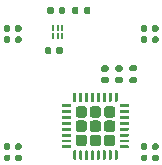
<source format=gbp>
G04 #@! TF.GenerationSoftware,KiCad,Pcbnew,8.0.1-8.0.1-0~ubuntu20.04.1*
G04 #@! TF.CreationDate,2024-06-12T16:16:25+01:00*
G04 #@! TF.ProjectId,smolpad,736d6f6c-7061-4642-9e6b-696361645f70,rev?*
G04 #@! TF.SameCoordinates,Original*
G04 #@! TF.FileFunction,Paste,Bot*
G04 #@! TF.FilePolarity,Positive*
%FSLAX46Y46*%
G04 Gerber Fmt 4.6, Leading zero omitted, Abs format (unit mm)*
G04 Created by KiCad (PCBNEW 8.0.1-8.0.1-0~ubuntu20.04.1) date 2024-06-12 16:16:25*
%MOMM*%
%LPD*%
G01*
G04 APERTURE LIST*
%ADD10R,0.240000X0.530000*%
%ADD11R,0.280000X0.530000*%
G04 APERTURE END LIST*
G36*
G01*
X36920000Y-36570000D02*
X36920000Y-36230000D01*
G75*
G02*
X37060000Y-36090000I140000J0D01*
G01*
X37340000Y-36090000D01*
G75*
G02*
X37480000Y-36230000I0J-140000D01*
G01*
X37480000Y-36570000D01*
G75*
G02*
X37340000Y-36710000I-140000J0D01*
G01*
X37060000Y-36710000D01*
G75*
G02*
X36920000Y-36570000I0J140000D01*
G01*
G37*
G36*
G01*
X37880000Y-36570000D02*
X37880000Y-36230000D01*
G75*
G02*
X38020000Y-36090000I140000J0D01*
G01*
X38300000Y-36090000D01*
G75*
G02*
X38440000Y-36230000I0J-140000D01*
G01*
X38440000Y-36570000D01*
G75*
G02*
X38300000Y-36710000I-140000J0D01*
G01*
X38020000Y-36710000D01*
G75*
G02*
X37880000Y-36570000I0J140000D01*
G01*
G37*
G36*
G01*
X34950000Y-35337500D02*
X34950000Y-35612500D01*
G75*
G02*
X34812500Y-35750000I-137500J0D01*
G01*
X34537500Y-35750000D01*
G75*
G02*
X34400000Y-35612500I0J137500D01*
G01*
X34400000Y-35337500D01*
G75*
G02*
X34537500Y-35200000I137500J0D01*
G01*
X34812500Y-35200000D01*
G75*
G02*
X34950000Y-35337500I0J-137500D01*
G01*
G37*
G36*
G01*
X34000000Y-35337500D02*
X34000000Y-35612500D01*
G75*
G02*
X33862500Y-35750000I-137500J0D01*
G01*
X33587500Y-35750000D01*
G75*
G02*
X33450000Y-35612500I0J137500D01*
G01*
X33450000Y-35337500D01*
G75*
G02*
X33587500Y-35200000I137500J0D01*
G01*
X33862500Y-35200000D01*
G75*
G02*
X34000000Y-35337500I0J-137500D01*
G01*
G37*
G36*
G01*
X34000000Y-34387500D02*
X34000000Y-34662500D01*
G75*
G02*
X33862500Y-34800000I-137500J0D01*
G01*
X33587500Y-34800000D01*
G75*
G02*
X33450000Y-34662500I0J137500D01*
G01*
X33450000Y-34387500D01*
G75*
G02*
X33587500Y-34250000I137500J0D01*
G01*
X33862500Y-34250000D01*
G75*
G02*
X34000000Y-34387500I0J-137500D01*
G01*
G37*
G36*
G01*
X34950000Y-34387500D02*
X34950000Y-34662500D01*
G75*
G02*
X34812500Y-34800000I-137500J0D01*
G01*
X34537500Y-34800000D01*
G75*
G02*
X34400000Y-34662500I0J137500D01*
G01*
X34400000Y-34387500D01*
G75*
G02*
X34537500Y-34250000I137500J0D01*
G01*
X34812500Y-34250000D01*
G75*
G02*
X34950000Y-34387500I0J-137500D01*
G01*
G37*
G36*
G01*
X46550000Y-35337500D02*
X46550000Y-35612500D01*
G75*
G02*
X46412500Y-35750000I-137500J0D01*
G01*
X46137500Y-35750000D01*
G75*
G02*
X46000000Y-35612500I0J137500D01*
G01*
X46000000Y-35337500D01*
G75*
G02*
X46137500Y-35200000I137500J0D01*
G01*
X46412500Y-35200000D01*
G75*
G02*
X46550000Y-35337500I0J-137500D01*
G01*
G37*
G36*
G01*
X45600000Y-35337500D02*
X45600000Y-35612500D01*
G75*
G02*
X45462500Y-35750000I-137500J0D01*
G01*
X45187500Y-35750000D01*
G75*
G02*
X45050000Y-35612500I0J137500D01*
G01*
X45050000Y-35337500D01*
G75*
G02*
X45187500Y-35200000I137500J0D01*
G01*
X45462500Y-35200000D01*
G75*
G02*
X45600000Y-35337500I0J-137500D01*
G01*
G37*
G36*
G01*
X45600000Y-34387500D02*
X45600000Y-34662500D01*
G75*
G02*
X45462500Y-34800000I-137500J0D01*
G01*
X45187500Y-34800000D01*
G75*
G02*
X45050000Y-34662500I0J137500D01*
G01*
X45050000Y-34387500D01*
G75*
G02*
X45187500Y-34250000I137500J0D01*
G01*
X45462500Y-34250000D01*
G75*
G02*
X45600000Y-34387500I0J-137500D01*
G01*
G37*
G36*
G01*
X46550000Y-34387500D02*
X46550000Y-34662500D01*
G75*
G02*
X46412500Y-34800000I-137500J0D01*
G01*
X46137500Y-34800000D01*
G75*
G02*
X46000000Y-34662500I0J137500D01*
G01*
X46000000Y-34387500D01*
G75*
G02*
X46137500Y-34250000I137500J0D01*
G01*
X46412500Y-34250000D01*
G75*
G02*
X46550000Y-34387500I0J-137500D01*
G01*
G37*
G36*
G01*
X42885000Y-43757500D02*
X42885000Y-44242500D01*
G75*
G02*
X42642500Y-44485000I-242500J0D01*
G01*
X42157500Y-44485000D01*
G75*
G02*
X41915000Y-44242500I0J242500D01*
G01*
X41915000Y-43757500D01*
G75*
G02*
X42157500Y-43515000I242500J0D01*
G01*
X42642500Y-43515000D01*
G75*
G02*
X42885000Y-43757500I0J-242500D01*
G01*
G37*
G36*
G01*
X42885000Y-42557500D02*
X42885000Y-43042500D01*
G75*
G02*
X42642500Y-43285000I-242500J0D01*
G01*
X42157500Y-43285000D01*
G75*
G02*
X41915000Y-43042500I0J242500D01*
G01*
X41915000Y-42557500D01*
G75*
G02*
X42157500Y-42315000I242500J0D01*
G01*
X42642500Y-42315000D01*
G75*
G02*
X42885000Y-42557500I0J-242500D01*
G01*
G37*
G36*
G01*
X42885000Y-41357500D02*
X42885000Y-41842500D01*
G75*
G02*
X42642500Y-42085000I-242500J0D01*
G01*
X42157500Y-42085000D01*
G75*
G02*
X41915000Y-41842500I0J242500D01*
G01*
X41915000Y-41357500D01*
G75*
G02*
X42157500Y-41115000I242500J0D01*
G01*
X42642500Y-41115000D01*
G75*
G02*
X42885000Y-41357500I0J-242500D01*
G01*
G37*
G36*
G01*
X41685000Y-43757500D02*
X41685000Y-44242500D01*
G75*
G02*
X41442500Y-44485000I-242500J0D01*
G01*
X40957500Y-44485000D01*
G75*
G02*
X40715000Y-44242500I0J242500D01*
G01*
X40715000Y-43757500D01*
G75*
G02*
X40957500Y-43515000I242500J0D01*
G01*
X41442500Y-43515000D01*
G75*
G02*
X41685000Y-43757500I0J-242500D01*
G01*
G37*
G36*
G01*
X41685000Y-42557500D02*
X41685000Y-43042500D01*
G75*
G02*
X41442500Y-43285000I-242500J0D01*
G01*
X40957500Y-43285000D01*
G75*
G02*
X40715000Y-43042500I0J242500D01*
G01*
X40715000Y-42557500D01*
G75*
G02*
X40957500Y-42315000I242500J0D01*
G01*
X41442500Y-42315000D01*
G75*
G02*
X41685000Y-42557500I0J-242500D01*
G01*
G37*
G36*
G01*
X41685000Y-41357500D02*
X41685000Y-41842500D01*
G75*
G02*
X41442500Y-42085000I-242500J0D01*
G01*
X40957500Y-42085000D01*
G75*
G02*
X40715000Y-41842500I0J242500D01*
G01*
X40715000Y-41357500D01*
G75*
G02*
X40957500Y-41115000I242500J0D01*
G01*
X41442500Y-41115000D01*
G75*
G02*
X41685000Y-41357500I0J-242500D01*
G01*
G37*
G36*
G01*
X40485000Y-43757500D02*
X40485000Y-44242500D01*
G75*
G02*
X40242500Y-44485000I-242500J0D01*
G01*
X39757500Y-44485000D01*
G75*
G02*
X39515000Y-44242500I0J242500D01*
G01*
X39515000Y-43757500D01*
G75*
G02*
X39757500Y-43515000I242500J0D01*
G01*
X40242500Y-43515000D01*
G75*
G02*
X40485000Y-43757500I0J-242500D01*
G01*
G37*
G36*
G01*
X40485000Y-42557500D02*
X40485000Y-43042500D01*
G75*
G02*
X40242500Y-43285000I-242500J0D01*
G01*
X39757500Y-43285000D01*
G75*
G02*
X39515000Y-43042500I0J242500D01*
G01*
X39515000Y-42557500D01*
G75*
G02*
X39757500Y-42315000I242500J0D01*
G01*
X40242500Y-42315000D01*
G75*
G02*
X40485000Y-42557500I0J-242500D01*
G01*
G37*
G36*
G01*
X40485000Y-41357500D02*
X40485000Y-41842500D01*
G75*
G02*
X40242500Y-42085000I-242500J0D01*
G01*
X39757500Y-42085000D01*
G75*
G02*
X39515000Y-41842500I0J242500D01*
G01*
X39515000Y-41357500D01*
G75*
G02*
X39757500Y-41115000I242500J0D01*
G01*
X40242500Y-41115000D01*
G75*
G02*
X40485000Y-41357500I0J-242500D01*
G01*
G37*
G36*
G01*
X44050000Y-40987500D02*
X44050000Y-41112500D01*
G75*
G02*
X43987500Y-41175000I-62500J0D01*
G01*
X43312500Y-41175000D01*
G75*
G02*
X43250000Y-41112500I0J62500D01*
G01*
X43250000Y-40987500D01*
G75*
G02*
X43312500Y-40925000I62500J0D01*
G01*
X43987500Y-40925000D01*
G75*
G02*
X44050000Y-40987500I0J-62500D01*
G01*
G37*
G36*
G01*
X44050000Y-41487500D02*
X44050000Y-41612500D01*
G75*
G02*
X43987500Y-41675000I-62500J0D01*
G01*
X43312500Y-41675000D01*
G75*
G02*
X43250000Y-41612500I0J62500D01*
G01*
X43250000Y-41487500D01*
G75*
G02*
X43312500Y-41425000I62500J0D01*
G01*
X43987500Y-41425000D01*
G75*
G02*
X44050000Y-41487500I0J-62500D01*
G01*
G37*
G36*
G01*
X44050000Y-41987500D02*
X44050000Y-42112500D01*
G75*
G02*
X43987500Y-42175000I-62500J0D01*
G01*
X43312500Y-42175000D01*
G75*
G02*
X43250000Y-42112500I0J62500D01*
G01*
X43250000Y-41987500D01*
G75*
G02*
X43312500Y-41925000I62500J0D01*
G01*
X43987500Y-41925000D01*
G75*
G02*
X44050000Y-41987500I0J-62500D01*
G01*
G37*
G36*
G01*
X44050000Y-42487500D02*
X44050000Y-42612500D01*
G75*
G02*
X43987500Y-42675000I-62500J0D01*
G01*
X43312500Y-42675000D01*
G75*
G02*
X43250000Y-42612500I0J62500D01*
G01*
X43250000Y-42487500D01*
G75*
G02*
X43312500Y-42425000I62500J0D01*
G01*
X43987500Y-42425000D01*
G75*
G02*
X44050000Y-42487500I0J-62500D01*
G01*
G37*
G36*
G01*
X44050000Y-42987500D02*
X44050000Y-43112500D01*
G75*
G02*
X43987500Y-43175000I-62500J0D01*
G01*
X43312500Y-43175000D01*
G75*
G02*
X43250000Y-43112500I0J62500D01*
G01*
X43250000Y-42987500D01*
G75*
G02*
X43312500Y-42925000I62500J0D01*
G01*
X43987500Y-42925000D01*
G75*
G02*
X44050000Y-42987500I0J-62500D01*
G01*
G37*
G36*
G01*
X44050000Y-43487500D02*
X44050000Y-43612500D01*
G75*
G02*
X43987500Y-43675000I-62500J0D01*
G01*
X43312500Y-43675000D01*
G75*
G02*
X43250000Y-43612500I0J62500D01*
G01*
X43250000Y-43487500D01*
G75*
G02*
X43312500Y-43425000I62500J0D01*
G01*
X43987500Y-43425000D01*
G75*
G02*
X44050000Y-43487500I0J-62500D01*
G01*
G37*
G36*
G01*
X44050000Y-43987500D02*
X44050000Y-44112500D01*
G75*
G02*
X43987500Y-44175000I-62500J0D01*
G01*
X43312500Y-44175000D01*
G75*
G02*
X43250000Y-44112500I0J62500D01*
G01*
X43250000Y-43987500D01*
G75*
G02*
X43312500Y-43925000I62500J0D01*
G01*
X43987500Y-43925000D01*
G75*
G02*
X44050000Y-43987500I0J-62500D01*
G01*
G37*
G36*
G01*
X44050000Y-44487500D02*
X44050000Y-44612500D01*
G75*
G02*
X43987500Y-44675000I-62500J0D01*
G01*
X43312500Y-44675000D01*
G75*
G02*
X43250000Y-44612500I0J62500D01*
G01*
X43250000Y-44487500D01*
G75*
G02*
X43312500Y-44425000I62500J0D01*
G01*
X43987500Y-44425000D01*
G75*
G02*
X44050000Y-44487500I0J-62500D01*
G01*
G37*
G36*
G01*
X43075000Y-44912500D02*
X43075000Y-45587500D01*
G75*
G02*
X43012500Y-45650000I-62500J0D01*
G01*
X42887500Y-45650000D01*
G75*
G02*
X42825000Y-45587500I0J62500D01*
G01*
X42825000Y-44912500D01*
G75*
G02*
X42887500Y-44850000I62500J0D01*
G01*
X43012500Y-44850000D01*
G75*
G02*
X43075000Y-44912500I0J-62500D01*
G01*
G37*
G36*
G01*
X42575000Y-44912500D02*
X42575000Y-45587500D01*
G75*
G02*
X42512500Y-45650000I-62500J0D01*
G01*
X42387500Y-45650000D01*
G75*
G02*
X42325000Y-45587500I0J62500D01*
G01*
X42325000Y-44912500D01*
G75*
G02*
X42387500Y-44850000I62500J0D01*
G01*
X42512500Y-44850000D01*
G75*
G02*
X42575000Y-44912500I0J-62500D01*
G01*
G37*
G36*
G01*
X42075000Y-44912500D02*
X42075000Y-45587500D01*
G75*
G02*
X42012500Y-45650000I-62500J0D01*
G01*
X41887500Y-45650000D01*
G75*
G02*
X41825000Y-45587500I0J62500D01*
G01*
X41825000Y-44912500D01*
G75*
G02*
X41887500Y-44850000I62500J0D01*
G01*
X42012500Y-44850000D01*
G75*
G02*
X42075000Y-44912500I0J-62500D01*
G01*
G37*
G36*
G01*
X41575000Y-44912500D02*
X41575000Y-45587500D01*
G75*
G02*
X41512500Y-45650000I-62500J0D01*
G01*
X41387500Y-45650000D01*
G75*
G02*
X41325000Y-45587500I0J62500D01*
G01*
X41325000Y-44912500D01*
G75*
G02*
X41387500Y-44850000I62500J0D01*
G01*
X41512500Y-44850000D01*
G75*
G02*
X41575000Y-44912500I0J-62500D01*
G01*
G37*
G36*
G01*
X41075000Y-44912500D02*
X41075000Y-45587500D01*
G75*
G02*
X41012500Y-45650000I-62500J0D01*
G01*
X40887500Y-45650000D01*
G75*
G02*
X40825000Y-45587500I0J62500D01*
G01*
X40825000Y-44912500D01*
G75*
G02*
X40887500Y-44850000I62500J0D01*
G01*
X41012500Y-44850000D01*
G75*
G02*
X41075000Y-44912500I0J-62500D01*
G01*
G37*
G36*
G01*
X40575000Y-44912500D02*
X40575000Y-45587500D01*
G75*
G02*
X40512500Y-45650000I-62500J0D01*
G01*
X40387500Y-45650000D01*
G75*
G02*
X40325000Y-45587500I0J62500D01*
G01*
X40325000Y-44912500D01*
G75*
G02*
X40387500Y-44850000I62500J0D01*
G01*
X40512500Y-44850000D01*
G75*
G02*
X40575000Y-44912500I0J-62500D01*
G01*
G37*
G36*
G01*
X40075000Y-44912500D02*
X40075000Y-45587500D01*
G75*
G02*
X40012500Y-45650000I-62500J0D01*
G01*
X39887500Y-45650000D01*
G75*
G02*
X39825000Y-45587500I0J62500D01*
G01*
X39825000Y-44912500D01*
G75*
G02*
X39887500Y-44850000I62500J0D01*
G01*
X40012500Y-44850000D01*
G75*
G02*
X40075000Y-44912500I0J-62500D01*
G01*
G37*
G36*
G01*
X39575000Y-44912500D02*
X39575000Y-45587500D01*
G75*
G02*
X39512500Y-45650000I-62500J0D01*
G01*
X39387500Y-45650000D01*
G75*
G02*
X39325000Y-45587500I0J62500D01*
G01*
X39325000Y-44912500D01*
G75*
G02*
X39387500Y-44850000I62500J0D01*
G01*
X39512500Y-44850000D01*
G75*
G02*
X39575000Y-44912500I0J-62500D01*
G01*
G37*
G36*
G01*
X39150000Y-44487500D02*
X39150000Y-44612500D01*
G75*
G02*
X39087500Y-44675000I-62500J0D01*
G01*
X38412500Y-44675000D01*
G75*
G02*
X38350000Y-44612500I0J62500D01*
G01*
X38350000Y-44487500D01*
G75*
G02*
X38412500Y-44425000I62500J0D01*
G01*
X39087500Y-44425000D01*
G75*
G02*
X39150000Y-44487500I0J-62500D01*
G01*
G37*
G36*
G01*
X39150000Y-43987500D02*
X39150000Y-44112500D01*
G75*
G02*
X39087500Y-44175000I-62500J0D01*
G01*
X38412500Y-44175000D01*
G75*
G02*
X38350000Y-44112500I0J62500D01*
G01*
X38350000Y-43987500D01*
G75*
G02*
X38412500Y-43925000I62500J0D01*
G01*
X39087500Y-43925000D01*
G75*
G02*
X39150000Y-43987500I0J-62500D01*
G01*
G37*
G36*
G01*
X39150000Y-43487500D02*
X39150000Y-43612500D01*
G75*
G02*
X39087500Y-43675000I-62500J0D01*
G01*
X38412500Y-43675000D01*
G75*
G02*
X38350000Y-43612500I0J62500D01*
G01*
X38350000Y-43487500D01*
G75*
G02*
X38412500Y-43425000I62500J0D01*
G01*
X39087500Y-43425000D01*
G75*
G02*
X39150000Y-43487500I0J-62500D01*
G01*
G37*
G36*
G01*
X39150000Y-42987500D02*
X39150000Y-43112500D01*
G75*
G02*
X39087500Y-43175000I-62500J0D01*
G01*
X38412500Y-43175000D01*
G75*
G02*
X38350000Y-43112500I0J62500D01*
G01*
X38350000Y-42987500D01*
G75*
G02*
X38412500Y-42925000I62500J0D01*
G01*
X39087500Y-42925000D01*
G75*
G02*
X39150000Y-42987500I0J-62500D01*
G01*
G37*
G36*
G01*
X39150000Y-42487500D02*
X39150000Y-42612500D01*
G75*
G02*
X39087500Y-42675000I-62500J0D01*
G01*
X38412500Y-42675000D01*
G75*
G02*
X38350000Y-42612500I0J62500D01*
G01*
X38350000Y-42487500D01*
G75*
G02*
X38412500Y-42425000I62500J0D01*
G01*
X39087500Y-42425000D01*
G75*
G02*
X39150000Y-42487500I0J-62500D01*
G01*
G37*
G36*
G01*
X39150000Y-41987500D02*
X39150000Y-42112500D01*
G75*
G02*
X39087500Y-42175000I-62500J0D01*
G01*
X38412500Y-42175000D01*
G75*
G02*
X38350000Y-42112500I0J62500D01*
G01*
X38350000Y-41987500D01*
G75*
G02*
X38412500Y-41925000I62500J0D01*
G01*
X39087500Y-41925000D01*
G75*
G02*
X39150000Y-41987500I0J-62500D01*
G01*
G37*
G36*
G01*
X39150000Y-41487500D02*
X39150000Y-41612500D01*
G75*
G02*
X39087500Y-41675000I-62500J0D01*
G01*
X38412500Y-41675000D01*
G75*
G02*
X38350000Y-41612500I0J62500D01*
G01*
X38350000Y-41487500D01*
G75*
G02*
X38412500Y-41425000I62500J0D01*
G01*
X39087500Y-41425000D01*
G75*
G02*
X39150000Y-41487500I0J-62500D01*
G01*
G37*
G36*
G01*
X39150000Y-40987500D02*
X39150000Y-41112500D01*
G75*
G02*
X39087500Y-41175000I-62500J0D01*
G01*
X38412500Y-41175000D01*
G75*
G02*
X38350000Y-41112500I0J62500D01*
G01*
X38350000Y-40987500D01*
G75*
G02*
X38412500Y-40925000I62500J0D01*
G01*
X39087500Y-40925000D01*
G75*
G02*
X39150000Y-40987500I0J-62500D01*
G01*
G37*
G36*
G01*
X39575000Y-40012500D02*
X39575000Y-40687500D01*
G75*
G02*
X39512500Y-40750000I-62500J0D01*
G01*
X39387500Y-40750000D01*
G75*
G02*
X39325000Y-40687500I0J62500D01*
G01*
X39325000Y-40012500D01*
G75*
G02*
X39387500Y-39950000I62500J0D01*
G01*
X39512500Y-39950000D01*
G75*
G02*
X39575000Y-40012500I0J-62500D01*
G01*
G37*
G36*
G01*
X40075000Y-40012500D02*
X40075000Y-40687500D01*
G75*
G02*
X40012500Y-40750000I-62500J0D01*
G01*
X39887500Y-40750000D01*
G75*
G02*
X39825000Y-40687500I0J62500D01*
G01*
X39825000Y-40012500D01*
G75*
G02*
X39887500Y-39950000I62500J0D01*
G01*
X40012500Y-39950000D01*
G75*
G02*
X40075000Y-40012500I0J-62500D01*
G01*
G37*
G36*
G01*
X40575000Y-40012500D02*
X40575000Y-40687500D01*
G75*
G02*
X40512500Y-40750000I-62500J0D01*
G01*
X40387500Y-40750000D01*
G75*
G02*
X40325000Y-40687500I0J62500D01*
G01*
X40325000Y-40012500D01*
G75*
G02*
X40387500Y-39950000I62500J0D01*
G01*
X40512500Y-39950000D01*
G75*
G02*
X40575000Y-40012500I0J-62500D01*
G01*
G37*
G36*
G01*
X41075000Y-40012500D02*
X41075000Y-40687500D01*
G75*
G02*
X41012500Y-40750000I-62500J0D01*
G01*
X40887500Y-40750000D01*
G75*
G02*
X40825000Y-40687500I0J62500D01*
G01*
X40825000Y-40012500D01*
G75*
G02*
X40887500Y-39950000I62500J0D01*
G01*
X41012500Y-39950000D01*
G75*
G02*
X41075000Y-40012500I0J-62500D01*
G01*
G37*
G36*
G01*
X41575000Y-40012500D02*
X41575000Y-40687500D01*
G75*
G02*
X41512500Y-40750000I-62500J0D01*
G01*
X41387500Y-40750000D01*
G75*
G02*
X41325000Y-40687500I0J62500D01*
G01*
X41325000Y-40012500D01*
G75*
G02*
X41387500Y-39950000I62500J0D01*
G01*
X41512500Y-39950000D01*
G75*
G02*
X41575000Y-40012500I0J-62500D01*
G01*
G37*
G36*
G01*
X42075000Y-40012500D02*
X42075000Y-40687500D01*
G75*
G02*
X42012500Y-40750000I-62500J0D01*
G01*
X41887500Y-40750000D01*
G75*
G02*
X41825000Y-40687500I0J62500D01*
G01*
X41825000Y-40012500D01*
G75*
G02*
X41887500Y-39950000I62500J0D01*
G01*
X42012500Y-39950000D01*
G75*
G02*
X42075000Y-40012500I0J-62500D01*
G01*
G37*
G36*
G01*
X42575000Y-40012500D02*
X42575000Y-40687500D01*
G75*
G02*
X42512500Y-40750000I-62500J0D01*
G01*
X42387500Y-40750000D01*
G75*
G02*
X42325000Y-40687500I0J62500D01*
G01*
X42325000Y-40012500D01*
G75*
G02*
X42387500Y-39950000I62500J0D01*
G01*
X42512500Y-39950000D01*
G75*
G02*
X42575000Y-40012500I0J-62500D01*
G01*
G37*
G36*
G01*
X43075000Y-40012500D02*
X43075000Y-40687500D01*
G75*
G02*
X43012500Y-40750000I-62500J0D01*
G01*
X42887500Y-40750000D01*
G75*
G02*
X42825000Y-40687500I0J62500D01*
G01*
X42825000Y-40012500D01*
G75*
G02*
X42887500Y-39950000I62500J0D01*
G01*
X43012500Y-39950000D01*
G75*
G02*
X43075000Y-40012500I0J-62500D01*
G01*
G37*
G36*
G01*
X45462500Y-45750000D02*
X45187500Y-45750000D01*
G75*
G02*
X45050000Y-45612500I0J137500D01*
G01*
X45050000Y-45337500D01*
G75*
G02*
X45187500Y-45200000I137500J0D01*
G01*
X45462500Y-45200000D01*
G75*
G02*
X45600000Y-45337500I0J-137500D01*
G01*
X45600000Y-45612500D01*
G75*
G02*
X45462500Y-45750000I-137500J0D01*
G01*
G37*
G36*
G01*
X45462500Y-44800000D02*
X45187500Y-44800000D01*
G75*
G02*
X45050000Y-44662500I0J137500D01*
G01*
X45050000Y-44387500D01*
G75*
G02*
X45187500Y-44250000I137500J0D01*
G01*
X45462500Y-44250000D01*
G75*
G02*
X45600000Y-44387500I0J-137500D01*
G01*
X45600000Y-44662500D01*
G75*
G02*
X45462500Y-44800000I-137500J0D01*
G01*
G37*
G36*
G01*
X46412500Y-44800000D02*
X46137500Y-44800000D01*
G75*
G02*
X46000000Y-44662500I0J137500D01*
G01*
X46000000Y-44387500D01*
G75*
G02*
X46137500Y-44250000I137500J0D01*
G01*
X46412500Y-44250000D01*
G75*
G02*
X46550000Y-44387500I0J-137500D01*
G01*
X46550000Y-44662500D01*
G75*
G02*
X46412500Y-44800000I-137500J0D01*
G01*
G37*
G36*
G01*
X46412500Y-45750000D02*
X46137500Y-45750000D01*
G75*
G02*
X46000000Y-45612500I0J137500D01*
G01*
X46000000Y-45337500D01*
G75*
G02*
X46137500Y-45200000I137500J0D01*
G01*
X46412500Y-45200000D01*
G75*
G02*
X46550000Y-45337500I0J-137500D01*
G01*
X46550000Y-45612500D01*
G75*
G02*
X46412500Y-45750000I-137500J0D01*
G01*
G37*
G36*
G01*
X44215000Y-37620000D02*
X44585000Y-37620000D01*
G75*
G02*
X44720000Y-37755000I0J-135000D01*
G01*
X44720000Y-38025000D01*
G75*
G02*
X44585000Y-38160000I-135000J0D01*
G01*
X44215000Y-38160000D01*
G75*
G02*
X44080000Y-38025000I0J135000D01*
G01*
X44080000Y-37755000D01*
G75*
G02*
X44215000Y-37620000I135000J0D01*
G01*
G37*
G36*
G01*
X44215000Y-38640000D02*
X44585000Y-38640000D01*
G75*
G02*
X44720000Y-38775000I0J-135000D01*
G01*
X44720000Y-39045000D01*
G75*
G02*
X44585000Y-39180000I-135000J0D01*
G01*
X44215000Y-39180000D01*
G75*
G02*
X44080000Y-39045000I0J135000D01*
G01*
X44080000Y-38775000D01*
G75*
G02*
X44215000Y-38640000I135000J0D01*
G01*
G37*
G36*
G01*
X33450000Y-44662500D02*
X33450000Y-44387500D01*
G75*
G02*
X33587500Y-44250000I137500J0D01*
G01*
X33862500Y-44250000D01*
G75*
G02*
X34000000Y-44387500I0J-137500D01*
G01*
X34000000Y-44662500D01*
G75*
G02*
X33862500Y-44800000I-137500J0D01*
G01*
X33587500Y-44800000D01*
G75*
G02*
X33450000Y-44662500I0J137500D01*
G01*
G37*
G36*
G01*
X34400000Y-44662500D02*
X34400000Y-44387500D01*
G75*
G02*
X34537500Y-44250000I137500J0D01*
G01*
X34812500Y-44250000D01*
G75*
G02*
X34950000Y-44387500I0J-137500D01*
G01*
X34950000Y-44662500D01*
G75*
G02*
X34812500Y-44800000I-137500J0D01*
G01*
X34537500Y-44800000D01*
G75*
G02*
X34400000Y-44662500I0J137500D01*
G01*
G37*
G36*
G01*
X34400000Y-45612500D02*
X34400000Y-45337500D01*
G75*
G02*
X34537500Y-45200000I137500J0D01*
G01*
X34812500Y-45200000D01*
G75*
G02*
X34950000Y-45337500I0J-137500D01*
G01*
X34950000Y-45612500D01*
G75*
G02*
X34812500Y-45750000I-137500J0D01*
G01*
X34537500Y-45750000D01*
G75*
G02*
X34400000Y-45612500I0J137500D01*
G01*
G37*
G36*
G01*
X33450000Y-45612500D02*
X33450000Y-45337500D01*
G75*
G02*
X33587500Y-45200000I137500J0D01*
G01*
X33862500Y-45200000D01*
G75*
G02*
X34000000Y-45337500I0J-137500D01*
G01*
X34000000Y-45612500D01*
G75*
G02*
X33862500Y-45750000I-137500J0D01*
G01*
X33587500Y-45750000D01*
G75*
G02*
X33450000Y-45612500I0J137500D01*
G01*
G37*
G36*
G01*
X39220000Y-33185000D02*
X39220000Y-32815000D01*
G75*
G02*
X39355000Y-32680000I135000J0D01*
G01*
X39625000Y-32680000D01*
G75*
G02*
X39760000Y-32815000I0J-135000D01*
G01*
X39760000Y-33185000D01*
G75*
G02*
X39625000Y-33320000I-135000J0D01*
G01*
X39355000Y-33320000D01*
G75*
G02*
X39220000Y-33185000I0J135000D01*
G01*
G37*
G36*
G01*
X40240000Y-33185000D02*
X40240000Y-32815000D01*
G75*
G02*
X40375000Y-32680000I135000J0D01*
G01*
X40645000Y-32680000D01*
G75*
G02*
X40780000Y-32815000I0J-135000D01*
G01*
X40780000Y-33185000D01*
G75*
G02*
X40645000Y-33320000I-135000J0D01*
G01*
X40375000Y-33320000D01*
G75*
G02*
X40240000Y-33185000I0J135000D01*
G01*
G37*
G36*
G01*
X41830000Y-37640000D02*
X42170000Y-37640000D01*
G75*
G02*
X42310000Y-37780000I0J-140000D01*
G01*
X42310000Y-38060000D01*
G75*
G02*
X42170000Y-38200000I-140000J0D01*
G01*
X41830000Y-38200000D01*
G75*
G02*
X41690000Y-38060000I0J140000D01*
G01*
X41690000Y-37780000D01*
G75*
G02*
X41830000Y-37640000I140000J0D01*
G01*
G37*
G36*
G01*
X41830000Y-38600000D02*
X42170000Y-38600000D01*
G75*
G02*
X42310000Y-38740000I0J-140000D01*
G01*
X42310000Y-39020000D01*
G75*
G02*
X42170000Y-39160000I-140000J0D01*
G01*
X41830000Y-39160000D01*
G75*
G02*
X41690000Y-39020000I0J140000D01*
G01*
X41690000Y-38740000D01*
G75*
G02*
X41830000Y-38600000I140000J0D01*
G01*
G37*
D10*
X38400000Y-35200000D03*
X38000000Y-35200000D03*
X37600000Y-35200000D03*
D11*
X37600000Y-34464000D03*
X38000000Y-34464000D03*
X38400000Y-34464000D03*
G36*
G01*
X43370000Y-39160000D02*
X43030000Y-39160000D01*
G75*
G02*
X42890000Y-39020000I0J140000D01*
G01*
X42890000Y-38740000D01*
G75*
G02*
X43030000Y-38600000I140000J0D01*
G01*
X43370000Y-38600000D01*
G75*
G02*
X43510000Y-38740000I0J-140000D01*
G01*
X43510000Y-39020000D01*
G75*
G02*
X43370000Y-39160000I-140000J0D01*
G01*
G37*
G36*
G01*
X43370000Y-38200000D02*
X43030000Y-38200000D01*
G75*
G02*
X42890000Y-38060000I0J140000D01*
G01*
X42890000Y-37780000D01*
G75*
G02*
X43030000Y-37640000I140000J0D01*
G01*
X43370000Y-37640000D01*
G75*
G02*
X43510000Y-37780000I0J-140000D01*
G01*
X43510000Y-38060000D01*
G75*
G02*
X43370000Y-38200000I-140000J0D01*
G01*
G37*
G36*
G01*
X37120000Y-33170000D02*
X37120000Y-32830000D01*
G75*
G02*
X37260000Y-32690000I140000J0D01*
G01*
X37540000Y-32690000D01*
G75*
G02*
X37680000Y-32830000I0J-140000D01*
G01*
X37680000Y-33170000D01*
G75*
G02*
X37540000Y-33310000I-140000J0D01*
G01*
X37260000Y-33310000D01*
G75*
G02*
X37120000Y-33170000I0J140000D01*
G01*
G37*
G36*
G01*
X38080000Y-33170000D02*
X38080000Y-32830000D01*
G75*
G02*
X38220000Y-32690000I140000J0D01*
G01*
X38500000Y-32690000D01*
G75*
G02*
X38640000Y-32830000I0J-140000D01*
G01*
X38640000Y-33170000D01*
G75*
G02*
X38500000Y-33310000I-140000J0D01*
G01*
X38220000Y-33310000D01*
G75*
G02*
X38080000Y-33170000I0J140000D01*
G01*
G37*
M02*

</source>
